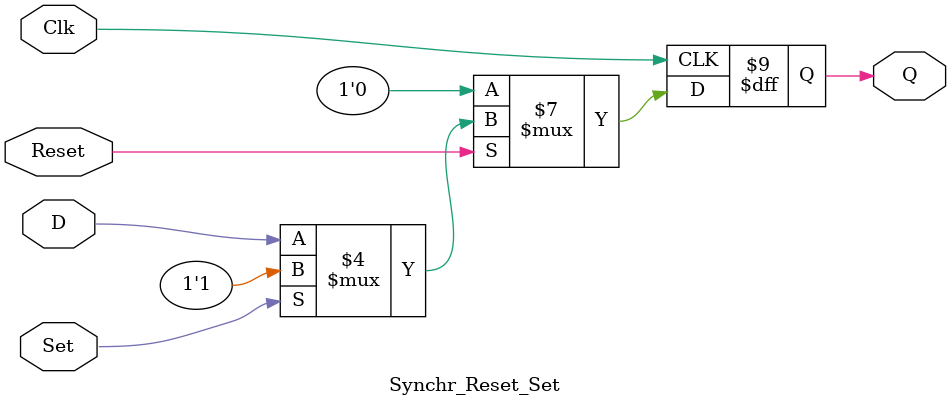
<source format=v>
`timescale 1ns / 1ps

module Synchr_Reset_Set(
    input D,
    input Clk,
    input Reset,
    input Set,
    output reg Q
    );
    
    always @(posedge Clk)
        if (!Reset)
            Q <= 1'b0;
        else if (Set)
            Q <= 1'b1;
        else 
            Q <= D;    
    
endmodule

</source>
